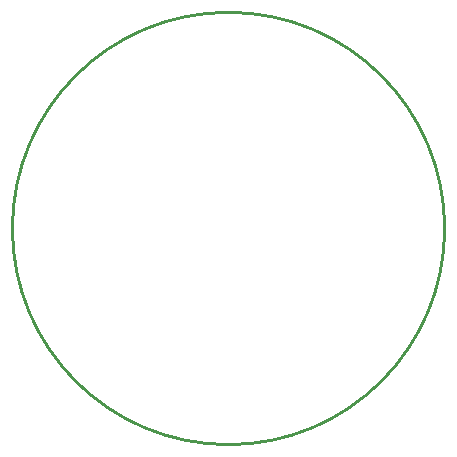
<source format=gko>
G04 Layer: BoardOutlineLayer*
G04 EasyEDA v6.5.22, 2023-04-02 13:19:52*
G04 e11523a40a7546c49719b0b35a8351d0,15f4cc3622644fce95c1d8fbedb56722,10*
G04 Gerber Generator version 0.2*
G04 Scale: 100 percent, Rotated: No, Reflected: No *
G04 Dimensions in millimeters *
G04 leading zeros omitted , absolute positions ,4 integer and 5 decimal *
%FSLAX45Y45*%
%MOMM*%

%ADD10C,0.2540*%
D10*
G75*
G01
X1829994Y0D02*
G03X1829994Y0I-1829994J0D01*

%LPD*%
M02*

</source>
